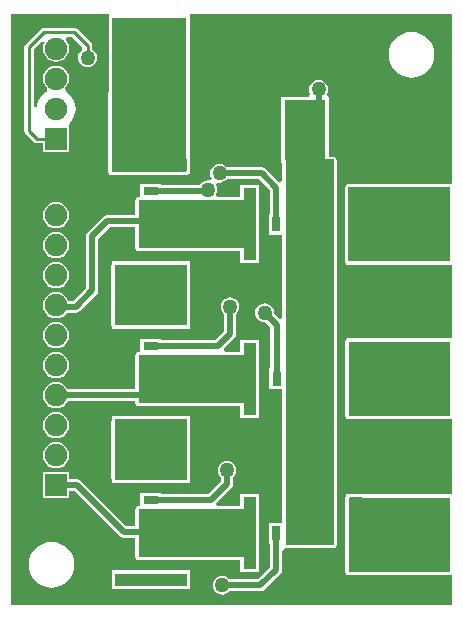
<source format=gbl>
G04 Layer_Physical_Order=2*
G04 Layer_Color=16711680*
%FSAX24Y24*%
%MOIN*%
G70*
G01*
G75*
%ADD16C,0.0100*%
%ADD17C,0.0200*%
%ADD18C,0.0750*%
%ADD19R,0.0750X0.0750*%
%ADD20C,0.0984*%
%ADD21C,0.0500*%
%ADD22R,0.2402X0.0433*%
%ADD23R,0.0787X0.1535*%
%ADD24R,0.0512X0.0276*%
%ADD25R,0.0433X0.2402*%
%ADD26R,0.1535X0.0787*%
%ADD27R,0.0276X0.0512*%
%ADD28R,0.0354X0.1063*%
%ADD29R,0.1380X0.2000*%
%ADD30R,0.2500X0.2500*%
%ADD31R,0.2500X0.2500*%
%ADD32R,0.1250X0.2500*%
%ADD33R,0.1150X0.2500*%
%ADD34R,0.3800X0.1600*%
%ADD35R,0.3550X0.1600*%
%ADD36R,0.2500X0.2650*%
%ADD37R,0.2400X0.2050*%
%ADD38R,0.2400X0.1950*%
%ADD39R,0.1600X1.2850*%
%ADD40R,0.1000X0.2500*%
%ADD41R,0.0984X0.0984*%
G36*
X014850Y014200D02*
X012660D01*
X012650Y014202D01*
X011400D01*
X011361Y014194D01*
X011328Y014172D01*
X011306Y014139D01*
X011298Y014100D01*
Y011600D01*
X011306Y011561D01*
X011328Y011528D01*
X011361Y011506D01*
X011400Y011498D01*
X012650D01*
X012660Y011500D01*
X014850D01*
Y009050D01*
X012560D01*
X012550Y009052D01*
X011400D01*
X011361Y009044D01*
X011328Y009022D01*
X011306Y008989D01*
X011298Y008950D01*
Y006450D01*
X011306Y006411D01*
X011328Y006378D01*
X011361Y006356D01*
X011400Y006348D01*
X012550D01*
X012560Y006350D01*
X014850D01*
Y003850D01*
X012410D01*
X012400Y003852D01*
X011400D01*
X011394Y003851D01*
X011327D01*
Y003820D01*
X011306Y003789D01*
X011298Y003750D01*
Y001250D01*
X011306Y001211D01*
X011328Y001178D01*
X011361Y001156D01*
X011400Y001148D01*
X012400D01*
X012410Y001150D01*
X014850D01*
Y000150D01*
X000150D01*
Y019850D01*
X003400D01*
Y017260D01*
X003398Y017250D01*
Y014600D01*
X003406Y014561D01*
X003428Y014528D01*
X003461Y014506D01*
X003500Y014498D01*
X006000D01*
X006039Y014506D01*
X006063Y014522D01*
X006101D01*
Y014594D01*
X006102Y014600D01*
Y017250D01*
X006100Y017260D01*
Y019850D01*
X014850D01*
Y014200D01*
D02*
G37*
%LPC*%
G36*
X002250Y019403D02*
X001250D01*
X001191Y019391D01*
X001142Y019358D01*
X000642Y018858D01*
X000609Y018809D01*
X000597Y018750D01*
Y015950D01*
X000609Y015891D01*
X000642Y015842D01*
X000892Y015592D01*
X000941Y015559D01*
X001000Y015547D01*
X001215D01*
Y015265D01*
X002085D01*
Y016135D01*
X002085D01*
X002100Y016229D01*
X002112Y016238D01*
X002193Y016337D01*
X002253Y016450D01*
X002291Y016573D01*
X002303Y016700D01*
X002291Y016827D01*
X002253Y016950D01*
X002193Y017063D01*
X002112Y017162D01*
X002013Y017243D01*
X001966Y017268D01*
X001956Y017387D01*
X001960Y017390D01*
X002030Y017481D01*
X002074Y017586D01*
X002089Y017700D01*
X002074Y017814D01*
X002030Y017919D01*
X001960Y018010D01*
X001869Y018080D01*
X001764Y018124D01*
X001650Y018139D01*
X001536Y018124D01*
X001431Y018080D01*
X001340Y018010D01*
X001270Y017919D01*
X001226Y017814D01*
X001211Y017700D01*
X001226Y017586D01*
X001270Y017481D01*
X001340Y017390D01*
X001344Y017387D01*
X001334Y017268D01*
X001287Y017243D01*
X001188Y017162D01*
X001107Y017063D01*
X001047Y016950D01*
X001009Y016827D01*
X001003Y016762D01*
X000903Y016767D01*
Y018687D01*
X001189Y018972D01*
X001270Y018919D01*
X001226Y018814D01*
X001211Y018700D01*
X001226Y018586D01*
X001270Y018481D01*
X001340Y018390D01*
X001431Y018320D01*
X001536Y018276D01*
X001650Y018261D01*
X001764Y018276D01*
X001869Y018320D01*
X001960Y018390D01*
X002030Y018481D01*
X002074Y018586D01*
X002089Y018700D01*
X002074Y018814D01*
X002030Y018919D01*
X001970Y018997D01*
X001983Y019049D01*
X002011Y019097D01*
X002187D01*
X002519Y018765D01*
X002522Y018752D01*
X002516Y018650D01*
X002479Y018621D01*
X002429Y018556D01*
X002398Y018481D01*
X002387Y018400D01*
X002398Y018319D01*
X002429Y018244D01*
X002479Y018179D01*
X002544Y018129D01*
X002619Y018098D01*
X002700Y018087D01*
X002781Y018098D01*
X002856Y018129D01*
X002921Y018179D01*
X002971Y018244D01*
X003002Y018319D01*
X003013Y018400D01*
X003002Y018481D01*
X002971Y018556D01*
X002921Y018621D01*
X002856Y018671D01*
X002853Y018672D01*
Y018800D01*
X002841Y018859D01*
X002808Y018908D01*
X002358Y019358D01*
X002309Y019391D01*
X002250Y019403D01*
D02*
G37*
G36*
X013500Y019264D02*
X013351Y019249D01*
X013208Y019206D01*
X013076Y019135D01*
X012960Y019040D01*
X012865Y018924D01*
X012794Y018792D01*
X012751Y018649D01*
X012736Y018500D01*
X012751Y018351D01*
X012794Y018208D01*
X012865Y018076D01*
X012960Y017960D01*
X013076Y017865D01*
X013208Y017794D01*
X013351Y017751D01*
X013500Y017736D01*
X013649Y017751D01*
X013792Y017794D01*
X013924Y017865D01*
X014040Y017960D01*
X014135Y018076D01*
X014206Y018208D01*
X014249Y018351D01*
X014264Y018500D01*
X014249Y018649D01*
X014206Y018792D01*
X014135Y018924D01*
X014040Y019040D01*
X013924Y019135D01*
X013792Y019206D01*
X013649Y019249D01*
X013500Y019264D01*
D02*
G37*
G36*
X010400Y017663D02*
X010319Y017652D01*
X010244Y017621D01*
X010179Y017571D01*
X010129Y017506D01*
X010098Y017431D01*
X010087Y017350D01*
X010098Y017269D01*
X010129Y017194D01*
X010075Y017100D01*
X009160D01*
Y014900D01*
X009198D01*
Y014282D01*
X009098Y014240D01*
X008644Y014694D01*
X008578Y014738D01*
X008500Y014754D01*
X007334D01*
X007321Y014771D01*
X007256Y014821D01*
X007181Y014852D01*
X007100Y014863D01*
X007019Y014852D01*
X006944Y014821D01*
X006879Y014771D01*
X006829Y014706D01*
X006798Y014631D01*
X006787Y014550D01*
X006798Y014469D01*
X006829Y014394D01*
X006833Y014389D01*
X006792Y014321D01*
X006773Y014303D01*
X006700Y014313D01*
X006619Y014302D01*
X006544Y014271D01*
X006479Y014221D01*
X006429Y014156D01*
X006428Y014154D01*
X005156D01*
Y014190D01*
X004444D01*
Y013752D01*
X004400D01*
X004361Y013744D01*
X004328Y013722D01*
X004325Y013718D01*
X004306D01*
Y013690D01*
X004306Y013689D01*
X004298Y013650D01*
Y013154D01*
X003350D01*
X003272Y013138D01*
X003206Y013094D01*
X002706Y012594D01*
X002662Y012528D01*
X002646Y012450D01*
Y010734D01*
X002216Y010304D01*
X002057D01*
X002030Y010369D01*
X001960Y010460D01*
X001869Y010530D01*
X001764Y010574D01*
X001650Y010589D01*
X001536Y010574D01*
X001431Y010530D01*
X001340Y010460D01*
X001270Y010369D01*
X001226Y010264D01*
X001211Y010150D01*
X001226Y010036D01*
X001270Y009931D01*
X001340Y009840D01*
X001431Y009770D01*
X001536Y009726D01*
X001650Y009711D01*
X001764Y009726D01*
X001869Y009770D01*
X001960Y009840D01*
X002003Y009896D01*
X002300D01*
X002378Y009912D01*
X002444Y009956D01*
X002994Y010506D01*
X002994Y010506D01*
X003038Y010572D01*
X003054Y010650D01*
Y012366D01*
X003434Y012746D01*
X004298D01*
Y012050D01*
X004306Y012011D01*
X004306Y012010D01*
Y011982D01*
X004325D01*
X004328Y011978D01*
X004361Y011956D01*
X004400Y011948D01*
X007783D01*
Y011549D01*
X008417D01*
Y014151D01*
X007783D01*
Y013752D01*
X007026D01*
X006986Y013818D01*
X006974Y013852D01*
X007002Y013919D01*
X007013Y014000D01*
X007002Y014081D01*
X006971Y014156D01*
X006967Y014161D01*
X007008Y014229D01*
X007027Y014247D01*
X007100Y014237D01*
X007181Y014248D01*
X007256Y014279D01*
X007321Y014329D01*
X007334Y014346D01*
X008416D01*
X008782Y013980D01*
Y013206D01*
X008748D01*
Y012494D01*
X009198D01*
Y009732D01*
X009098Y009690D01*
X008910Y009879D01*
X008913Y009900D01*
X008902Y009981D01*
X008871Y010056D01*
X008821Y010121D01*
X008756Y010171D01*
X008681Y010202D01*
X008600Y010213D01*
X008519Y010202D01*
X008444Y010171D01*
X008379Y010121D01*
X008329Y010056D01*
X008298Y009981D01*
X008287Y009900D01*
X008298Y009819D01*
X008329Y009744D01*
X008379Y009679D01*
X008444Y009629D01*
X008519Y009598D01*
X008600Y009587D01*
X008621Y009590D01*
X008796Y009416D01*
Y008056D01*
X008762D01*
Y007344D01*
X009198D01*
Y002906D01*
X008748D01*
Y002194D01*
X008782D01*
Y001420D01*
X008380Y001018D01*
X007420D01*
X007407Y001035D01*
X007342Y001085D01*
X007267Y001116D01*
X007186Y001127D01*
X007105Y001116D01*
X007029Y001085D01*
X006965Y001035D01*
X006915Y000971D01*
X006884Y000895D01*
X006873Y000814D01*
X006884Y000733D01*
X006915Y000658D01*
X006965Y000593D01*
X007029Y000543D01*
X007105Y000512D01*
X007186Y000501D01*
X007267Y000512D01*
X007342Y000543D01*
X007407Y000593D01*
X007420Y000610D01*
X008464D01*
X008542Y000626D01*
X008608Y000670D01*
X009130Y001192D01*
X009174Y001258D01*
X009190Y001336D01*
Y001969D01*
X009200Y001998D01*
X009290Y002050D01*
X009300Y002048D01*
X010900D01*
X010939Y002056D01*
X010940Y002056D01*
X010956D01*
Y002067D01*
X010972Y002078D01*
X010994Y002111D01*
X011002Y002150D01*
Y015000D01*
X010994Y015039D01*
X010972Y015072D01*
X010939Y015094D01*
X010900Y015102D01*
X010740D01*
Y017100D01*
X010725D01*
X010671Y017194D01*
X010702Y017269D01*
X010713Y017350D01*
X010702Y017431D01*
X010671Y017506D01*
X010621Y017571D01*
X010556Y017621D01*
X010481Y017652D01*
X010400Y017663D01*
D02*
G37*
G36*
X001650Y013589D02*
X001536Y013574D01*
X001431Y013530D01*
X001340Y013460D01*
X001270Y013369D01*
X001226Y013264D01*
X001211Y013150D01*
X001226Y013036D01*
X001270Y012931D01*
X001340Y012840D01*
X001431Y012770D01*
X001536Y012726D01*
X001650Y012711D01*
X001764Y012726D01*
X001869Y012770D01*
X001960Y012840D01*
X002030Y012931D01*
X002074Y013036D01*
X002089Y013150D01*
X002074Y013264D01*
X002030Y013369D01*
X001960Y013460D01*
X001869Y013530D01*
X001764Y013574D01*
X001650Y013589D01*
D02*
G37*
G36*
Y012589D02*
X001536Y012574D01*
X001431Y012530D01*
X001340Y012460D01*
X001270Y012369D01*
X001226Y012264D01*
X001211Y012150D01*
X001226Y012036D01*
X001270Y011931D01*
X001340Y011840D01*
X001431Y011770D01*
X001536Y011726D01*
X001650Y011711D01*
X001764Y011726D01*
X001869Y011770D01*
X001960Y011840D01*
X002030Y011931D01*
X002074Y012036D01*
X002089Y012150D01*
X002074Y012264D01*
X002030Y012369D01*
X001960Y012460D01*
X001869Y012530D01*
X001764Y012574D01*
X001650Y012589D01*
D02*
G37*
G36*
Y011589D02*
X001536Y011574D01*
X001431Y011530D01*
X001340Y011460D01*
X001270Y011369D01*
X001226Y011264D01*
X001211Y011150D01*
X001226Y011036D01*
X001270Y010931D01*
X001340Y010840D01*
X001431Y010770D01*
X001536Y010726D01*
X001650Y010711D01*
X001764Y010726D01*
X001869Y010770D01*
X001960Y010840D01*
X002030Y010931D01*
X002074Y011036D01*
X002089Y011150D01*
X002074Y011264D01*
X002030Y011369D01*
X001960Y011460D01*
X001869Y011530D01*
X001764Y011574D01*
X001650Y011589D01*
D02*
G37*
G36*
X006101Y011611D02*
X003499D01*
Y011506D01*
X003498Y011500D01*
Y009450D01*
X003499Y009444D01*
Y009369D01*
X003541D01*
X003561Y009356D01*
X003600Y009348D01*
X006000D01*
X006039Y009356D01*
X006059Y009369D01*
X006101D01*
Y009444D01*
X006102Y009450D01*
Y011500D01*
X006101Y011506D01*
Y011611D01*
D02*
G37*
G36*
X007450Y010413D02*
X007369Y010402D01*
X007294Y010371D01*
X007229Y010321D01*
X007179Y010256D01*
X007148Y010181D01*
X007137Y010100D01*
X007148Y010019D01*
X007179Y009944D01*
X007229Y009879D01*
X007246Y009866D01*
Y009284D01*
X006966Y009004D01*
X005156D01*
Y009038D01*
X004444D01*
Y008602D01*
X004400D01*
X004361Y008594D01*
X004328Y008572D01*
X004323Y008565D01*
X004306D01*
Y008540D01*
X004306Y008539D01*
X004298Y008500D01*
Y007354D01*
X002036D01*
X002030Y007369D01*
X001960Y007460D01*
X001869Y007530D01*
X001764Y007574D01*
X001650Y007589D01*
X001536Y007574D01*
X001431Y007530D01*
X001340Y007460D01*
X001270Y007369D01*
X001226Y007264D01*
X001211Y007150D01*
X001226Y007036D01*
X001270Y006931D01*
X001340Y006840D01*
X001431Y006770D01*
X001536Y006726D01*
X001650Y006711D01*
X001764Y006726D01*
X001869Y006770D01*
X001960Y006840D01*
X002030Y006931D01*
X002036Y006946D01*
X004298D01*
Y006900D01*
X004306Y006861D01*
X004306Y006860D01*
Y006830D01*
X004327D01*
X004328Y006828D01*
X004361Y006806D01*
X004400Y006798D01*
X007798D01*
Y006399D01*
X008431D01*
Y009001D01*
X007798D01*
Y008602D01*
X007282D01*
X007240Y008702D01*
X007594Y009056D01*
X007638Y009122D01*
X007654Y009200D01*
Y009866D01*
X007671Y009879D01*
X007721Y009944D01*
X007752Y010019D01*
X007763Y010100D01*
X007752Y010181D01*
X007721Y010256D01*
X007671Y010321D01*
X007606Y010371D01*
X007531Y010402D01*
X007450Y010413D01*
D02*
G37*
G36*
X001650Y009589D02*
X001536Y009574D01*
X001431Y009530D01*
X001340Y009460D01*
X001270Y009369D01*
X001226Y009264D01*
X001211Y009150D01*
X001226Y009036D01*
X001270Y008931D01*
X001340Y008840D01*
X001431Y008770D01*
X001536Y008726D01*
X001650Y008711D01*
X001764Y008726D01*
X001869Y008770D01*
X001960Y008840D01*
X002030Y008931D01*
X002074Y009036D01*
X002089Y009150D01*
X002074Y009264D01*
X002030Y009369D01*
X001960Y009460D01*
X001869Y009530D01*
X001764Y009574D01*
X001650Y009589D01*
D02*
G37*
G36*
Y008589D02*
X001536Y008574D01*
X001431Y008530D01*
X001340Y008460D01*
X001270Y008369D01*
X001226Y008264D01*
X001211Y008150D01*
X001226Y008036D01*
X001270Y007931D01*
X001340Y007840D01*
X001431Y007770D01*
X001536Y007726D01*
X001650Y007711D01*
X001764Y007726D01*
X001869Y007770D01*
X001960Y007840D01*
X002030Y007931D01*
X002074Y008036D01*
X002089Y008150D01*
X002074Y008264D01*
X002030Y008369D01*
X001960Y008460D01*
X001869Y008530D01*
X001764Y008574D01*
X001650Y008589D01*
D02*
G37*
G36*
Y006589D02*
X001536Y006574D01*
X001431Y006530D01*
X001340Y006460D01*
X001270Y006369D01*
X001226Y006264D01*
X001211Y006150D01*
X001226Y006036D01*
X001270Y005931D01*
X001340Y005840D01*
X001431Y005770D01*
X001536Y005726D01*
X001650Y005711D01*
X001764Y005726D01*
X001869Y005770D01*
X001960Y005840D01*
X002030Y005931D01*
X002074Y006036D01*
X002089Y006150D01*
X002074Y006264D01*
X002030Y006369D01*
X001960Y006460D01*
X001869Y006530D01*
X001764Y006574D01*
X001650Y006589D01*
D02*
G37*
G36*
Y005589D02*
X001536Y005574D01*
X001431Y005530D01*
X001340Y005460D01*
X001270Y005369D01*
X001226Y005264D01*
X001211Y005150D01*
X001226Y005036D01*
X001270Y004931D01*
X001340Y004840D01*
X001431Y004770D01*
X001536Y004726D01*
X001650Y004711D01*
X001764Y004726D01*
X001869Y004770D01*
X001960Y004840D01*
X002030Y004931D01*
X002074Y005036D01*
X002089Y005150D01*
X002074Y005264D01*
X002030Y005369D01*
X001960Y005460D01*
X001869Y005530D01*
X001764Y005574D01*
X001650Y005589D01*
D02*
G37*
G36*
X006101Y006459D02*
X003499D01*
Y006306D01*
X003498Y006300D01*
Y004350D01*
X003499Y004344D01*
Y004222D01*
X006101D01*
Y004344D01*
X006102Y004350D01*
Y006300D01*
X006101Y006306D01*
Y006459D01*
D02*
G37*
G36*
X007350Y004963D02*
X007269Y004952D01*
X007194Y004921D01*
X007129Y004871D01*
X007079Y004806D01*
X007048Y004731D01*
X007037Y004650D01*
X007048Y004569D01*
X007079Y004494D01*
X007129Y004429D01*
X007146Y004416D01*
Y004284D01*
X006718Y003856D01*
X005156D01*
Y003890D01*
X004444D01*
Y003452D01*
X004400D01*
X004361Y003444D01*
X004328Y003422D01*
X004325Y003418D01*
X004306D01*
Y003390D01*
X004306Y003389D01*
X004298Y003350D01*
Y002804D01*
X003984D01*
X002494Y004294D01*
X002428Y004338D01*
X002350Y004354D01*
X002085D01*
Y004585D01*
X001215D01*
Y003715D01*
X002085D01*
Y003946D01*
X002266D01*
X003756Y002456D01*
X003822Y002412D01*
X003900Y002396D01*
X004298D01*
Y001750D01*
X004306Y001711D01*
X004306Y001710D01*
Y001682D01*
X004325D01*
X004328Y001678D01*
X004361Y001656D01*
X004400Y001648D01*
X007783D01*
Y001249D01*
X008417D01*
Y003851D01*
X007783D01*
Y003452D01*
X007032D01*
X006990Y003552D01*
X007494Y004056D01*
X007538Y004122D01*
X007554Y004200D01*
Y004416D01*
X007571Y004429D01*
X007621Y004494D01*
X007652Y004569D01*
X007663Y004650D01*
X007652Y004731D01*
X007621Y004806D01*
X007571Y004871D01*
X007506Y004921D01*
X007431Y004952D01*
X007350Y004963D01*
D02*
G37*
G36*
X001500Y002264D02*
X001351Y002249D01*
X001208Y002206D01*
X001076Y002135D01*
X000960Y002040D01*
X000865Y001924D01*
X000794Y001792D01*
X000751Y001649D01*
X000736Y001500D01*
X000751Y001351D01*
X000794Y001208D01*
X000865Y001076D01*
X000960Y000960D01*
X001076Y000865D01*
X001208Y000794D01*
X001351Y000751D01*
X001500Y000736D01*
X001649Y000751D01*
X001792Y000794D01*
X001924Y000865D01*
X002040Y000960D01*
X002135Y001076D01*
X002206Y001208D01*
X002249Y001351D01*
X002264Y001500D01*
X002249Y001649D01*
X002206Y001792D01*
X002135Y001924D01*
X002040Y002040D01*
X001924Y002135D01*
X001792Y002206D01*
X001649Y002249D01*
X001500Y002264D01*
D02*
G37*
G36*
X006101Y001311D02*
X003499D01*
Y000678D01*
X006101D01*
Y001311D01*
D02*
G37*
%LPD*%
G36*
X001740Y017036D02*
X001824Y017001D01*
X001896Y016946D01*
X001951Y016874D01*
X001986Y016790D01*
X001998Y016700D01*
X001986Y016610D01*
X001951Y016526D01*
X001896Y016454D01*
X001824Y016399D01*
X001740Y016364D01*
X001650Y016352D01*
X001560Y016364D01*
X001476Y016399D01*
X001404Y016454D01*
X001349Y016526D01*
X001314Y016610D01*
X001302Y016700D01*
X001314Y016790D01*
X001349Y016874D01*
X001404Y016946D01*
X001476Y017001D01*
X001560Y017036D01*
X001650Y017048D01*
X001740Y017036D01*
D02*
G37*
D16*
X002700Y018400D02*
Y018800D01*
X002250Y019250D02*
X002700Y018800D01*
X001250Y019250D02*
X002250D01*
X000750Y018750D02*
X001250Y019250D01*
X000750Y015950D02*
Y018750D01*
X008750Y019150D02*
X009700D01*
X008500Y018900D02*
X008750Y019150D01*
X008500Y018000D02*
Y018900D01*
X008250Y016826D02*
Y017750D01*
Y016826D02*
X008330Y016746D01*
X004800Y012850D02*
Y012900D01*
X010088Y012850D02*
X010100Y012862D01*
X007100Y014500D02*
Y014550D01*
X004800Y009686D02*
Y011295D01*
Y004538D02*
Y006143D01*
X004802Y007700D02*
X008114D01*
X004800Y007698D02*
X004802Y007700D01*
X010102Y002564D02*
Y007700D01*
X010088Y002550D02*
X010102Y002564D01*
X010088Y007714D02*
Y012850D01*
Y007714D02*
X010102Y007700D01*
X004750Y002600D02*
X004800Y002550D01*
X008100D01*
X011643Y012850D02*
X013700D01*
X011657Y007700D02*
X013700D01*
X011643Y002550D02*
X013650D01*
X010100Y012862D02*
Y016000D01*
X009990D02*
X010400Y016410D01*
X008330Y016000D02*
Y016746D01*
X004548Y007950D02*
X004800Y007698D01*
X004500Y007150D02*
X004800Y007450D01*
Y007698D01*
X004287Y015804D02*
X004846D01*
X004850Y015800D01*
Y014888D02*
Y015800D01*
Y018850D01*
X007780Y018500D02*
X008280Y018000D01*
X008250Y017750D02*
X008500Y018000D01*
X008280D02*
X008500D01*
X001000Y015700D02*
X001650D01*
X000750Y015950D02*
X001000Y015700D01*
D17*
X009000Y007700D02*
Y009500D01*
X008600Y009900D02*
X009000Y009500D01*
X004800Y012850D02*
X004800Y012850D01*
X008100D01*
X006650Y013950D02*
X006700Y014000D01*
X007100Y014550D02*
X008500D01*
X008986Y014064D01*
Y012850D02*
Y014064D01*
X004800Y008800D02*
X007050D01*
X010400Y016410D02*
Y017350D01*
X001650Y007150D02*
X004500D01*
X007186Y000814D02*
X008464D01*
X008986Y001336D01*
Y002550D01*
X003350Y012950D02*
X004550D01*
X004650Y013050D01*
X002850Y012450D02*
X003350Y012950D01*
X001650Y004150D02*
X002350D01*
X003900Y002600D01*
X004750D01*
X004800Y013950D02*
X006650D01*
X001700Y010100D02*
X002300D01*
X002850Y010650D01*
Y012450D01*
X007450Y009200D02*
Y010100D01*
X007050Y008800D02*
X007450Y009200D01*
X004800Y003652D02*
X006802D01*
X007350Y004200D01*
Y004650D01*
D18*
X001650Y017700D02*
D03*
Y016700D02*
D03*
Y018700D02*
D03*
Y013150D02*
D03*
Y006150D02*
D03*
Y009150D02*
D03*
Y005150D02*
D03*
Y011150D02*
D03*
Y010150D02*
D03*
Y007150D02*
D03*
Y008150D02*
D03*
Y012150D02*
D03*
D19*
Y015700D02*
D03*
Y004150D02*
D03*
D20*
X009700Y019150D02*
D03*
D21*
X002700Y018400D02*
D03*
X000600Y013500D02*
D03*
X000700Y003400D02*
D03*
X008550Y004750D02*
D03*
X009100Y000550D02*
D03*
X008750Y011150D02*
D03*
X008600Y009900D02*
D03*
X006700Y014000D02*
D03*
X007100Y014550D02*
D03*
X007186Y000814D02*
D03*
X010400Y017350D02*
D03*
X007450Y010100D02*
D03*
X007350Y004650D02*
D03*
D22*
X004800Y011295D02*
D03*
Y014838D02*
D03*
Y006143D02*
D03*
Y009686D02*
D03*
Y000995D02*
D03*
Y004538D02*
D03*
D23*
Y012850D02*
D03*
Y007698D02*
D03*
Y002550D02*
D03*
D24*
Y013952D02*
D03*
Y008800D02*
D03*
Y003652D02*
D03*
D25*
X011643Y012850D02*
D03*
X008100D02*
D03*
X011657Y007700D02*
D03*
X008114D02*
D03*
X011643Y002550D02*
D03*
X008100D02*
D03*
D26*
X010088Y012850D02*
D03*
X010102Y007700D02*
D03*
X010088Y002550D02*
D03*
D27*
X008986Y012850D02*
D03*
X009000Y007700D02*
D03*
X008986Y002550D02*
D03*
D28*
X005658Y016150D02*
D03*
X006800D02*
D03*
D29*
X009950Y016000D02*
D03*
X008330D02*
D03*
D30*
X013550Y002500D02*
D03*
Y007700D02*
D03*
Y012850D02*
D03*
D31*
X004750Y018500D02*
D03*
X007780D02*
D03*
D32*
X012025Y012850D02*
D03*
D33*
X011975Y007700D02*
D03*
D34*
X006300Y012850D02*
D03*
Y002550D02*
D03*
D35*
X006175Y007700D02*
D03*
D36*
X004750Y015925D02*
D03*
D37*
X004800Y010475D02*
D03*
D38*
Y005325D02*
D03*
D39*
X010100Y008575D02*
D03*
D40*
X011900Y002500D02*
D03*
D41*
X004287Y015804D02*
D03*
M02*

</source>
